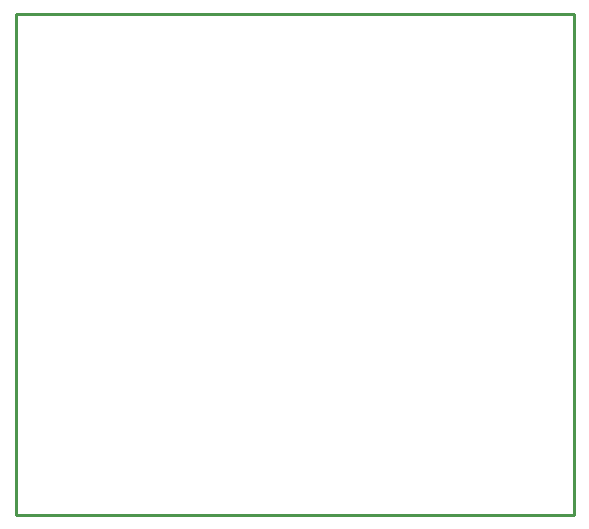
<source format=gm1>
G04*
G04 #@! TF.GenerationSoftware,Altium Limited,Altium Designer,21.9.2 (33)*
G04*
G04 Layer_Color=16711935*
%FSLAX25Y25*%
%MOIN*%
G70*
G04*
G04 #@! TF.SameCoordinates,BDAA0F83-93E9-4538-AAC0-020DCC9D6774*
G04*
G04*
G04 #@! TF.FilePolarity,Positive*
G04*
G01*
G75*
%ADD10C,0.01000*%
D10*
X211100Y280600D02*
X211100Y113700D01*
X397300D01*
X397300Y280600D02*
X397300Y113700D01*
X211100Y280600D02*
X397300D01*
M02*

</source>
